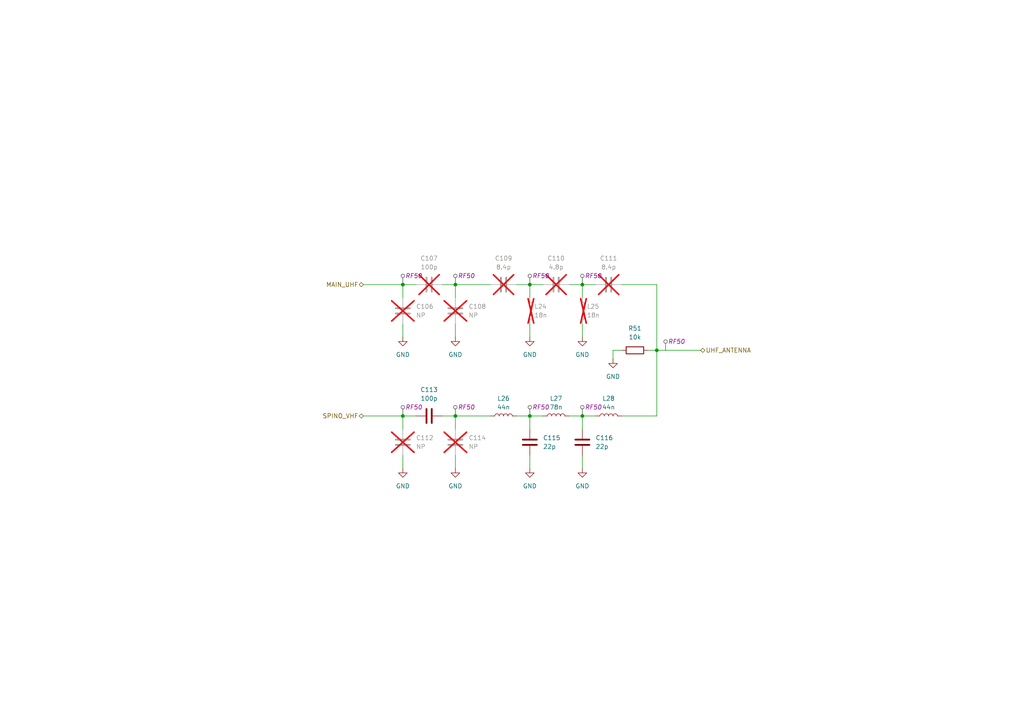
<source format=kicad_sch>
(kicad_sch (version 20250114) (generator "eeschema") (generator_version "9.0")
  (paper "A4")
  (title_block (title "Spino Com System - VHF Duplexer") (date "2025-03-24") (rev "v2.1") (company "AMSAT-F/Electrolab - Y.Avelino/A.Meckenstock "))
  (lib_symbols
    (symbol "Device:C" (pin_numbers (hide yes)) (pin_names (offset 0.254))
      (property "Reference" "C" (at 0.635 2.54 0))
      (property "Value" "C" (at 0.635 -2.54 0))
      (symbol "C_0_1"
        (polyline (pts (xy -2.032 0.762) (xy 2.032 0.762)) (stroke (width 0.508)))
        (polyline (pts (xy -2.032 -0.762) (xy 2.032 -0.762)) (stroke (width 0.508)))
      )
      (symbol "C_1_1"
        (pin passive line (at 0 3.81 270) (length 2.794) (name "~") (number "1"))
        (pin passive line (at 0 -3.81 90) (length 2.794) (name "~") (number "2"))
      )
    )
    (symbol "Device:L" (pin_numbers (hide yes)) (pin_names (offset 1.016) (hide yes))
      (property "Reference" "L" (at -1.27 0 90))
      (property "Value" "L" (at 1.905 0 90))
      (symbol "L_0_1"
        (arc (start 0 2.54) (mid 0.6323 1.905) (end 0 1.27))
        (arc (start 0 1.27) (mid 0.6323 0.635) (end 0 0))
        (arc (start 0 0) (mid 0.6323 -0.635) (end 0 -1.27))
        (arc (start 0 -1.27) (mid 0.6323 -1.905) (end 0 -2.54))
      )
      (symbol "L_1_1"
        (pin passive line (at 0 3.81 270) (length 1.27) (name "1") (number "1"))
        (pin passive line (at 0 -3.81 90) (length 1.27) (name "2") (number "2"))
      )
    )
    (symbol "Device:R" (pin_numbers (hide yes)) (pin_names (offset 0))
      (property "Reference" "R" (at 2.032 0 90))
      (property "Value" "R" (at 0 0 90))
      (symbol "R_0_1"
        (rectangle (start -1.016 -2.54) (end 1.016 2.54) (stroke (width 0.254)))
      )
      (symbol "R_1_1"
        (pin passive line (at 0 3.81 270) (length 1.27) (name "~") (number "1"))
        (pin passive line (at 0 -3.81 90) (length 1.27) (name "~") (number "2"))
      )
    )
    (symbol "power:GND" (power) (pin_numbers (hide yes)) (pin_names (offset 0) (hide yes))
      (property "Value" "GND" (at 0 -3.81 0))
      (symbol "GND_0_1"
        (polyline (pts (xy 0 0) (xy 0 -1.27) (xy 1.27 -1.27) (xy 0 -2.54) (xy -1.27 -1.27) (xy 0 -1.27)))
      )
      (symbol "GND_1_1"
        (pin power_in line (at 0 0 270) (length 0) (name "~") (number "1"))
      )
    )
  )
  (junction (at 153.67 120.65))
  (junction (at 153.67 82.55))
  (junction (at 116.84 120.65))
  (junction (at 116.84 82.55))
  (junction (at 132.08 82.55))
  (junction (at 168.91 120.65))
  (junction (at 168.91 82.55))
  (junction (at 190.5 101.6))
  (junction (at 132.08 120.65))
  (wire (pts (xy 177.8 101.6) (xy 180.34 101.6)))
  (wire (pts (xy 105.41 120.65) (xy 116.84 120.65)))
  (wire (pts (xy 132.08 82.55) (xy 132.08 86.36)))
  (wire (pts (xy 116.84 93.98) (xy 116.84 97.79)))
  (wire (pts (xy 168.91 82.55) (xy 165.1 82.55)))
  (wire (pts (xy 168.91 93.98) (xy 168.91 97.79)))
  (wire (pts (xy 116.84 82.55) (xy 120.65 82.55)))
  (wire (pts (xy 132.08 120.65) (xy 132.08 124.46)))
  (wire (pts (xy 153.67 82.55) (xy 157.48 82.55)))
  (wire (pts (xy 132.08 120.65) (xy 142.24 120.65)))
  (wire (pts (xy 153.67 93.98) (xy 153.67 97.79)))
  (wire (pts (xy 190.5 101.6) (xy 203.2 101.6)))
  (wire (pts (xy 190.5 101.6) (xy 190.5 120.65)))
  (wire (pts (xy 187.96 101.6) (xy 190.5 101.6)))
  (wire (pts (xy 116.84 82.55) (xy 116.84 86.36)))
  (wire (pts (xy 149.86 120.65) (xy 153.67 120.65)))
  (wire (pts (xy 153.67 132.08) (xy 153.67 135.89)))
  (wire (pts (xy 180.34 82.55) (xy 190.5 82.55)))
  (wire (pts (xy 153.67 82.55) (xy 153.67 86.36)))
  (wire (pts (xy 190.5 82.55) (xy 190.5 101.6)))
  (wire (pts (xy 168.91 124.46) (xy 168.91 120.65)))
  (wire (pts (xy 116.84 120.65) (xy 120.65 120.65)))
  (wire (pts (xy 116.84 132.08) (xy 116.84 135.89)))
  (wire (pts (xy 153.67 120.65) (xy 157.48 120.65)))
  (wire (pts (xy 128.27 82.55) (xy 132.08 82.55)))
  (wire (pts (xy 168.91 120.65) (xy 172.72 120.65)))
  (wire (pts (xy 168.91 120.65) (xy 165.1 120.65)))
  (wire (pts (xy 153.67 120.65) (xy 153.67 124.46)))
  (wire (pts (xy 168.91 132.08) (xy 168.91 135.89)))
  (wire (pts (xy 132.08 93.98) (xy 132.08 97.79)))
  (wire (pts (xy 132.08 132.08) (xy 132.08 135.89)))
  (wire (pts (xy 116.84 124.46) (xy 116.84 120.65)))
  (wire (pts (xy 168.91 82.55) (xy 172.72 82.55)))
  (wire (pts (xy 128.27 120.65) (xy 132.08 120.65)))
  (wire (pts (xy 190.5 120.65) (xy 180.34 120.65)))
  (wire (pts (xy 168.91 86.36) (xy 168.91 82.55)))
  (wire (pts (xy 132.08 82.55) (xy 142.24 82.55)))
  (wire (pts (xy 177.8 104.14) (xy 177.8 101.6)))
  (wire (pts (xy 105.41 82.55) (xy 116.84 82.55)))
  (wire (pts (xy 149.86 82.55) (xy 153.67 82.55)))
  (hierarchical_label "MAIN_UHF" (shape bidirectional) (at 105.41 82.55 180))
  (hierarchical_label "SPINO_VHF" (shape bidirectional) (at 105.41 120.65 180))
  (hierarchical_label "UHF_ANTENNA" (shape bidirectional) (at 203.2 101.6 0))
  (netclass_flag "" (length 2.54) (shape round) (at 168.91 82.55 0) (property "Netclass" "RF50" (at 169.6085 80.01 0) (effects (font (italic yes)) (justify left))))
  (netclass_flag "" (length 2.54) (shape round) (at 193.04 101.6 0) (property "Netclass" "RF50" (at 193.7385 99.06 0) (effects (font (italic yes)) (justify left))))
  (netclass_flag "" (length 2.54) (shape round) (at 116.84 120.65 0) (property "Netclass" "RF50" (at 117.5385 118.11 0) (effects (font (italic yes)) (justify left))))
  (netclass_flag "" (length 2.54) (shape round) (at 153.67 120.65 0) (property "Netclass" "RF50" (at 154.3685 118.11 0) (effects (font (italic yes)) (justify left))))
  (netclass_flag "" (length 2.54) (shape round) (at 132.08 120.65 0) (property "Netclass" "RF50" (at 132.7785 118.11 0) (effects (font (italic yes)) (justify left))))
  (netclass_flag "" (length 2.54) (shape round) (at 132.08 82.55 0) (property "Netclass" "RF50" (at 132.7785 80.01 0) (effects (font (italic yes)) (justify left))))
  (netclass_flag "" (length 2.54) (shape round) (at 168.91 120.65 0) (property "Netclass" "RF50" (at 169.6085 118.11 0) (effects (font (italic yes)) (justify left))))
  (netclass_flag "" (length 2.54) (shape round) (at 153.67 82.55 0) (property "Netclass" "RF50" (at 154.3685 80.01 0) (effects (font (italic yes)) (justify left))))
  (netclass_flag "" (length 2.54) (shape round) (at 116.84 82.55 0) (property "Netclass" "RF50" (at 117.5385 80.01 0) (effects (font (italic yes)) (justify left))))
  (symbol (lib_id "power:GND") (at 153.67 97.79 0) (unit 1)
    (property "Reference" "#PWR079" (effects (hide yes)))
    (property "Value" "GND" (at 153.67 102.87 0))
    (property "Description" "Power symbol creates a global label with name \"GND\" , ground" (effects (hide yes)))
  )
  (symbol (lib_id "power:GND") (at 168.91 135.89 0) (unit 1)
    (property "Reference" "#PWR080" (effects (hide yes)))
    (property "Value" "GND" (at 168.91 140.97 0))
    (property "Description" "Power symbol creates a global label with name \"GND\" , ground" (effects (hide yes)))
  )
  (symbol (lib_id "Device:C") (at 116.84 90.17 0) (unit 1) (dnp yes)
    (property "Reference" "C106" (at 120.65 88.8999 0) (effects (justify left)))
    (property "Value" "NP" (at 120.65 91.4399 0) (effects (justify left)))
    (property "Footprint" "Capacitor_SMD:C_0603_1608Metric" (effects (hide yes)))
    (property "Description" "Unpolarized capacitor" (effects (hide yes)))
  )
  (symbol (lib_id "Device:C") (at 161.29 82.55 90) (unit 1) (dnp yes)
    (property "Reference" "C110" (at 161.29 74.93 90))
    (property "Value" "4.8p" (at 161.29 77.47 90))
    (property "Footprint" "Capacitor_SMD:C_0402_1005Metric" (effects (hide yes)))
    (property "Description" "Unpolarized capacitor" (effects (hide yes)))
    (property "Temp Coeff" "C0G" (effects (hide yes)))
    (property "Tolerance" "0.1p" (effects (hide yes)))
    (property "SKU" "GCM1555C1H4R2BA16D" (effects (hide yes)))
    (property "Vendor" "Murata" (effects (hide yes)))
  )
  (symbol (lib_id "Device:C") (at 168.91 128.27 0) (unit 1)
    (property "Reference" "C116" (at 172.72 126.9999 0) (effects (justify left)))
    (property "Value" "22p" (at 172.72 129.5399 0) (effects (justify left)))
    (property "Footprint" "Capacitor_SMD:C_0603_1608Metric" (effects (hide yes)))
    (property "Description" "Unpolarized capacitor" (effects (hide yes)))
    (property "Temp Coeff" "C0G" (effects (hide yes)))
    (property "Tolerance" "1%" (effects (hide yes)))
    (property "SKU" "GCM1885C2A220FA16D" (effects (hide yes)))
    (property "Vendor" "Murata" (effects (hide yes)))
  )
  (symbol (lib_id "Device:R") (at 184.15 101.6 270) (unit 1)
    (property "Reference" "R51" (at 184.15 95.25 90))
    (property "Value" "10k" (at 184.15 97.79 90))
    (property "Footprint" "Resistor_SMD:R_0603_1608Metric" (effects (hide yes)))
    (property "Description" "Resistor" (effects (hide yes)))
    (property "Tolerance" "1%" (effects (hide yes)))
    (property "SKU" "CRCW060310K0FKEA" (effects (hide yes)))
    (property "Vendor" "Vishay" (effects (hide yes)))
  )
  (symbol (lib_id "Device:C") (at 132.08 90.17 0) (unit 1) (dnp yes)
    (property "Reference" "C108" (at 135.89 88.8999 0) (effects (justify left)))
    (property "Value" "NP" (at 135.89 91.4399 0) (effects (justify left)))
    (property "Footprint" "Capacitor_SMD:C_0603_1608Metric" (effects (hide yes)))
    (property "Description" "Unpolarized capacitor" (effects (hide yes)))
  )
  (symbol (lib_id "power:GND") (at 177.8 104.14 0) (unit 1)
    (property "Reference" "#PWR082" (effects (hide yes)))
    (property "Value" "GND" (at 177.8 109.22 0))
    (property "Description" "Power symbol creates a global label with name \"GND\" , ground" (effects (hide yes)))
  )
  (symbol (lib_id "Device:C") (at 116.84 128.27 0) (unit 1) (dnp yes)
    (property "Reference" "C112" (at 120.65 126.9999 0) (effects (justify left)))
    (property "Value" "NP" (at 120.65 129.5399 0) (effects (justify left)))
    (property "Footprint" "Capacitor_SMD:C_0603_1608Metric" (effects (hide yes)))
    (property "Description" "Unpolarized capacitor" (effects (hide yes)))
  )
  (symbol (lib_id "power:GND") (at 168.91 97.79 0) (unit 1)
    (property "Reference" "#PWR081" (effects (hide yes)))
    (property "Value" "GND" (at 168.91 102.87 0))
    (property "Description" "Power symbol creates a global label with name \"GND\" , ground" (effects (hide yes)))
  )
  (symbol (lib_id "Device:C") (at 124.46 82.55 90) (unit 1) (dnp yes)
    (property "Reference" "C107" (at 124.46 74.93 90))
    (property "Value" "100p" (at 124.46 77.47 90))
    (property "Footprint" "Capacitor_SMD:C_0402_1005Metric" (effects (hide yes)))
    (property "Description" "Unpolarized capacitor" (effects (hide yes)))
    (property "Temp Coeff" "C0G" (effects (hide yes)))
    (property "Tolerance" "1%" (effects (hide yes)))
    (property "SKU" "GCM1555C1H101FA16D" (effects (hide yes)))
    (property "Vendor" "Murata" (effects (hide yes)))
  )
  (symbol (lib_id "Device:L") (at 153.67 90.17 0) (unit 1) (dnp yes)
    (property "Reference" "L24" (at 154.94 88.9 0) (effects (justify left)))
    (property "Value" "18n" (at 154.94 91.44 0) (effects (justify left)))
    (property "Footprint" "Inductor_SMD:L_0603_1608Metric" (effects (hide yes)))
    (property "Description" "Inductor" (effects (hide yes)))
    (property "SKU" "0603DC-18NXGRW" (effects (hide yes)))
    (property "Vendor" "Coilcraft" (effects (hide yes)))
    (property "Tolerance" "2%" (effects (hide yes)))
  )
  (symbol (lib_id "Device:L") (at 176.53 120.65 90) (unit 1)
    (property "Reference" "L28" (at 176.53 115.57 90))
    (property "Value" "44n" (at 176.53 118.11 90))
    (property "Footprint" "Inductor_SMD:L_0603_1608Metric" (effects (hide yes)))
    (property "Description" "Inductor" (effects (hide yes)))
    (property "SKU" "LQW18AN44NG80D" (effects (hide yes)))
    (property "Vendor" "Murata" (effects (hide yes)))
    (property "Tolerance" "2%" (effects (hide yes)))
  )
  (symbol (lib_id "power:GND") (at 153.67 135.89 0) (unit 1)
    (property "Reference" "#PWR078" (effects (hide yes)))
    (property "Value" "GND" (at 153.67 140.97 0))
    (property "Description" "Power symbol creates a global label with name \"GND\" , ground" (effects (hide yes)))
  )
  (symbol (lib_id "power:GND") (at 132.08 97.79 0) (unit 1)
    (property "Reference" "#PWR076" (effects (hide yes)))
    (property "Value" "GND" (at 132.08 102.87 0))
    (property "Description" "Power symbol creates a global label with name \"GND\" , ground" (effects (hide yes)))
  )
  (symbol (lib_id "Device:C") (at 146.05 82.55 90) (unit 1) (dnp yes)
    (property "Reference" "C109" (at 146.05 74.93 90))
    (property "Value" "8.4p" (at 146.05 77.47 90))
    (property "Footprint" "Capacitor_SMD:C_0402_1005Metric" (effects (hide yes)))
    (property "Description" "Unpolarized capacitor" (effects (hide yes)))
    (property "SKU" "GCM1555C1H8R4BA16D" (effects (hide yes)))
    (property "Vendor" "Murata" (effects (hide yes)))
    (property "Temp Coeff" "C0G" (effects (hide yes)))
    (property "Tolerance" "0.1p" (effects (hide yes)))
  )
  (symbol (lib_id "power:GND") (at 116.84 135.89 0) (unit 1)
    (property "Reference" "#PWR075" (effects (hide yes)))
    (property "Value" "GND" (at 116.84 140.97 0))
    (property "Description" "Power symbol creates a global label with name \"GND\" , ground" (effects (hide yes)))
  )
  (symbol (lib_id "power:GND") (at 132.08 135.89 0) (unit 1)
    (property "Reference" "#PWR077" (effects (hide yes)))
    (property "Value" "GND" (at 132.08 140.97 0))
    (property "Description" "Power symbol creates a global label with name \"GND\" , ground" (effects (hide yes)))
  )
  (symbol (lib_id "Device:L") (at 146.05 120.65 90) (unit 1)
    (property "Reference" "L26" (at 146.05 115.57 90))
    (property "Value" "44n" (at 146.05 118.11 90))
    (property "Footprint" "Inductor_SMD:L_0603_1608Metric" (effects (hide yes)))
    (property "Description" "Inductor" (effects (hide yes)))
    (property "SKU" "LQW18AN44NG80D" (effects (hide yes)))
    (property "Vendor" "Murata" (effects (hide yes)))
    (property "Tolerance" "2%" (effects (hide yes)))
  )
  (symbol (lib_id "power:GND") (at 116.84 97.79 0) (unit 1)
    (property "Reference" "#PWR074" (effects (hide yes)))
    (property "Value" "GND" (at 116.84 102.87 0))
    (property "Description" "Power symbol creates a global label with name \"GND\" , ground" (effects (hide yes)))
  )
  (symbol (lib_id "Device:C") (at 124.46 120.65 90) (unit 1)
    (property "Reference" "C113" (at 124.46 113.03 90))
    (property "Value" "100p" (at 124.46 115.57 90))
    (property "Footprint" "Capacitor_SMD:C_0402_1005Metric" (effects (hide yes)))
    (property "Description" "Unpolarized capacitor" (effects (hide yes)))
    (property "Temp Coeff" "C0G" (effects (hide yes)))
    (property "Tolerance" "1%" (effects (hide yes)))
    (property "SKU" "GCM1555C1H101FA16D" (effects (hide yes)))
    (property "Vendor" "Murata" (effects (hide yes)))
  )
  (symbol (lib_id "Device:L") (at 168.91 90.17 0) (unit 1) (dnp yes)
    (property "Reference" "L25" (at 170.18 88.9 0) (effects (justify left)))
    (property "Value" "18n" (at 170.18 91.44 0) (effects (justify left)))
    (property "Footprint" "Inductor_SMD:L_0603_1608Metric" (effects (hide yes)))
    (property "Description" "Inductor" (effects (hide yes)))
    (property "SKU" "0603DC-18NXGRW" (effects (hide yes)))
    (property "Vendor" "Coilcraft" (effects (hide yes)))
    (property "Tolerance" "2%" (effects (hide yes)))
  )
  (symbol (lib_id "Device:L") (at 161.29 120.65 90) (unit 1)
    (property "Reference" "L27" (at 161.29 115.57 90))
    (property "Value" "78n" (at 161.29 118.11 90))
    (property "Footprint" "Inductor_SMD:L_0603_1608Metric" (effects (hide yes)))
    (property "Description" "Inductor" (effects (hide yes)))
    (property "SKU" "LQW18AN78NG80D" (effects (hide yes)))
    (property "Vendor" "Murata" (effects (hide yes)))
    (property "Tolerance" "2%" (effects (hide yes)))
  )
  (symbol (lib_id "Device:C") (at 153.67 128.27 0) (unit 1)
    (property "Reference" "C115" (at 157.48 126.9999 0) (effects (justify left)))
    (property "Value" "22p" (at 157.48 129.5399 0) (effects (justify left)))
    (property "Footprint" "Capacitor_SMD:C_0603_1608Metric" (effects (hide yes)))
    (property "Description" "Unpolarized capacitor" (effects (hide yes)))
    (property "Temp Coeff" "C0G" (effects (hide yes)))
    (property "Tolerance" "1%" (effects (hide yes)))
    (property "SKU" "GCM1885C2A220FA16D" (effects (hide yes)))
    (property "Vendor" "Murata" (effects (hide yes)))
  )
  (symbol (lib_id "Device:C") (at 176.53 82.55 90) (unit 1) (dnp yes)
    (property "Reference" "C111" (at 176.53 74.93 90))
    (property "Value" "8.4p" (at 176.53 77.47 90))
    (property "Footprint" "Capacitor_SMD:C_0402_1005Metric" (effects (hide yes)))
    (property "Description" "Unpolarized capacitor" (effects (hide yes)))
    (property "SKU" "GCM1555C1H8R4BA16D" (effects (hide yes)))
    (property "Vendor" "Murata" (effects (hide yes)))
    (property "Temp Coeff" "C0G" (effects (hide yes)))
    (property "Tolerance" "0.1p" (effects (hide yes)))
  )
  (symbol (lib_id "Device:C") (at 132.08 128.27 0) (unit 1) (dnp yes)
    (property "Reference" "C114" (at 135.89 126.9999 0) (effects (justify left)))
    (property "Value" "NP" (at 135.89 129.5399 0) (effects (justify left)))
    (property "Footprint" "Capacitor_SMD:C_0603_1608Metric" (effects (hide yes)))
    (property "Description" "Unpolarized capacitor" (effects (hide yes)))
  )
)
</source>
